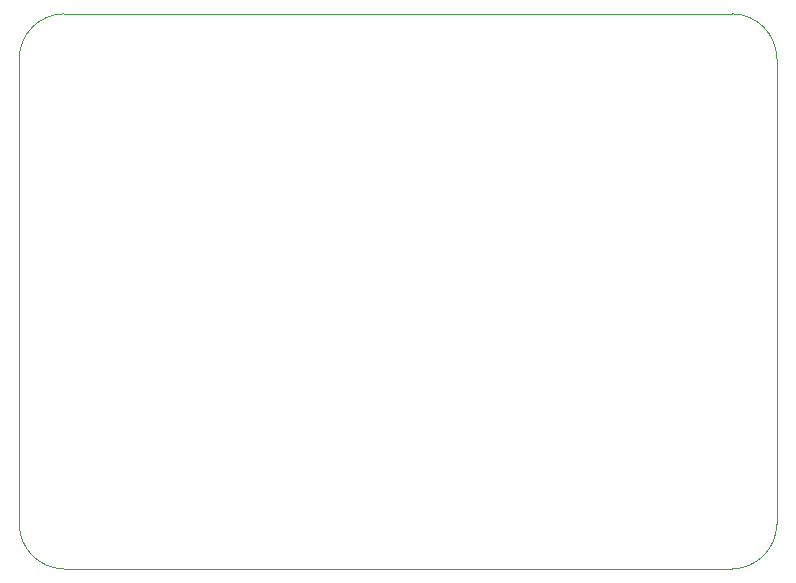
<source format=gbr>
G04 #@! TF.GenerationSoftware,KiCad,Pcbnew,5.1.7-a382d34a8~88~ubuntu20.04.1*
G04 #@! TF.CreationDate,2021-06-06T15:27:41-07:00*
G04 #@! TF.ProjectId,ft4232h-breakout,66743432-3332-4682-9d62-7265616b6f75,Jun2021b*
G04 #@! TF.SameCoordinates,Original*
G04 #@! TF.FileFunction,Profile,NP*
%FSLAX46Y46*%
G04 Gerber Fmt 4.6, Leading zero omitted, Abs format (unit mm)*
G04 Created by KiCad (PCBNEW 5.1.7-a382d34a8~88~ubuntu20.04.1) date 2021-06-06 15:27:41*
%MOMM*%
%LPD*%
G01*
G04 APERTURE LIST*
G04 #@! TA.AperFunction,Profile*
%ADD10C,0.050000*%
G04 #@! TD*
G04 APERTURE END LIST*
D10*
X128270000Y-81915000D02*
X71755000Y-81915000D01*
X132080000Y-125095000D02*
X132080000Y-85725000D01*
X71755000Y-128905000D02*
X128270000Y-128905000D01*
X67945000Y-85725000D02*
X67945000Y-125095000D01*
X71755000Y-128905000D02*
G75*
G02*
X67945000Y-125095000I0J3810000D01*
G01*
X67945000Y-85725000D02*
G75*
G02*
X71755000Y-81915000I3810000J0D01*
G01*
X128270000Y-81915000D02*
G75*
G02*
X132080000Y-85725000I0J-3810000D01*
G01*
X132080000Y-125095000D02*
G75*
G02*
X128270000Y-128905000I-3810000J0D01*
G01*
M02*

</source>
